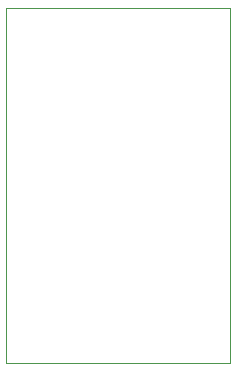
<source format=gbr>
G04 #@! TF.GenerationSoftware,KiCad,Pcbnew,(5.1.5-0-10_14)*
G04 #@! TF.CreationDate,2021-09-14T18:47:20+02:00*
G04 #@! TF.ProjectId,3pdt-npnium,33706474-2d6e-4706-9e69-756d2e6b6963,rev?*
G04 #@! TF.SameCoordinates,Original*
G04 #@! TF.FileFunction,Profile,NP*
%FSLAX46Y46*%
G04 Gerber Fmt 4.6, Leading zero omitted, Abs format (unit mm)*
G04 Created by KiCad (PCBNEW (5.1.5-0-10_14)) date 2021-09-14 18:47:20*
%MOMM*%
%LPD*%
G04 APERTURE LIST*
%ADD10C,0.050000*%
G04 APERTURE END LIST*
D10*
X59500000Y-36500000D02*
X59500000Y-66500000D01*
X78500000Y-36500000D02*
X59500000Y-36500000D01*
X78500000Y-66500000D02*
X78500000Y-36500000D01*
X59500000Y-66500000D02*
X78500000Y-66500000D01*
M02*

</source>
